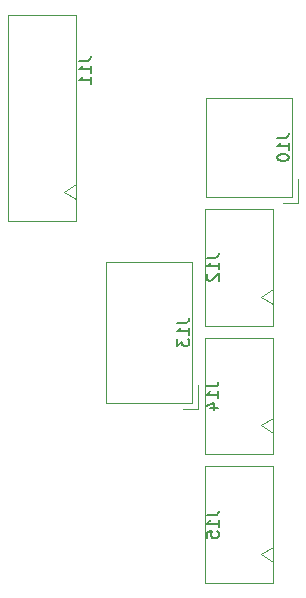
<source format=gbr>
%TF.GenerationSoftware,KiCad,Pcbnew,7.0.11-7.0.11~ubuntu22.04.1*%
%TF.CreationDate,2024-03-11T04:50:30+03:00*%
%TF.ProjectId,MSConn,4d53436f-6e6e-42e6-9b69-6361645f7063,rev?*%
%TF.SameCoordinates,PX5f5e100PY5f5e100*%
%TF.FileFunction,AssemblyDrawing,Bot*%
%FSLAX46Y46*%
G04 Gerber Fmt 4.6, Leading zero omitted, Abs format (unit mm)*
G04 Created by KiCad (PCBNEW 7.0.11-7.0.11~ubuntu22.04.1) date 2024-03-11 04:50:30*
%MOMM*%
%LPD*%
G01*
G04 APERTURE LIST*
%ADD10C,0.150000*%
%ADD11C,0.100000*%
G04 APERTURE END LIST*
D10*
X32162319Y50827024D02*
X32876604Y50827024D01*
X32876604Y50827024D02*
X33019461Y50874643D01*
X33019461Y50874643D02*
X33114700Y50969881D01*
X33114700Y50969881D02*
X33162319Y51112738D01*
X33162319Y51112738D02*
X33162319Y51207976D01*
X33162319Y49827024D02*
X33162319Y50398452D01*
X33162319Y50112738D02*
X32162319Y50112738D01*
X32162319Y50112738D02*
X32305176Y50207976D01*
X32305176Y50207976D02*
X32400414Y50303214D01*
X32400414Y50303214D02*
X32448033Y50398452D01*
X32162319Y49493690D02*
X32162319Y48874643D01*
X32162319Y48874643D02*
X32543271Y49207976D01*
X32543271Y49207976D02*
X32543271Y49065119D01*
X32543271Y49065119D02*
X32590890Y48969881D01*
X32590890Y48969881D02*
X32638509Y48922262D01*
X32638509Y48922262D02*
X32733747Y48874643D01*
X32733747Y48874643D02*
X32971842Y48874643D01*
X32971842Y48874643D02*
X33067080Y48922262D01*
X33067080Y48922262D02*
X33114700Y48969881D01*
X33114700Y48969881D02*
X33162319Y49065119D01*
X33162319Y49065119D02*
X33162319Y49350833D01*
X33162319Y49350833D02*
X33114700Y49446071D01*
X33114700Y49446071D02*
X33067080Y49493690D01*
X40617972Y66490874D02*
X41332257Y66490874D01*
X41332257Y66490874D02*
X41475114Y66538493D01*
X41475114Y66538493D02*
X41570353Y66633731D01*
X41570353Y66633731D02*
X41617972Y66776588D01*
X41617972Y66776588D02*
X41617972Y66871826D01*
X41617972Y65490874D02*
X41617972Y66062302D01*
X41617972Y65776588D02*
X40617972Y65776588D01*
X40617972Y65776588D02*
X40760829Y65871826D01*
X40760829Y65871826D02*
X40856067Y65967064D01*
X40856067Y65967064D02*
X40903686Y66062302D01*
X40617972Y64871826D02*
X40617972Y64776588D01*
X40617972Y64776588D02*
X40665591Y64681350D01*
X40665591Y64681350D02*
X40713210Y64633731D01*
X40713210Y64633731D02*
X40808448Y64586112D01*
X40808448Y64586112D02*
X40998924Y64538493D01*
X40998924Y64538493D02*
X41237019Y64538493D01*
X41237019Y64538493D02*
X41427495Y64586112D01*
X41427495Y64586112D02*
X41522733Y64633731D01*
X41522733Y64633731D02*
X41570353Y64681350D01*
X41570353Y64681350D02*
X41617972Y64776588D01*
X41617972Y64776588D02*
X41617972Y64871826D01*
X41617972Y64871826D02*
X41570353Y64967064D01*
X41570353Y64967064D02*
X41522733Y65014683D01*
X41522733Y65014683D02*
X41427495Y65062302D01*
X41427495Y65062302D02*
X41237019Y65109921D01*
X41237019Y65109921D02*
X40998924Y65109921D01*
X40998924Y65109921D02*
X40808448Y65062302D01*
X40808448Y65062302D02*
X40713210Y65014683D01*
X40713210Y65014683D02*
X40665591Y64967064D01*
X40665591Y64967064D02*
X40617972Y64871826D01*
X34654819Y34540874D02*
X35369104Y34540874D01*
X35369104Y34540874D02*
X35511961Y34588493D01*
X35511961Y34588493D02*
X35607200Y34683731D01*
X35607200Y34683731D02*
X35654819Y34826588D01*
X35654819Y34826588D02*
X35654819Y34921826D01*
X35654819Y33540874D02*
X35654819Y34112302D01*
X35654819Y33826588D02*
X34654819Y33826588D01*
X34654819Y33826588D02*
X34797676Y33921826D01*
X34797676Y33921826D02*
X34892914Y34017064D01*
X34892914Y34017064D02*
X34940533Y34112302D01*
X34654819Y32636112D02*
X34654819Y33112302D01*
X34654819Y33112302D02*
X35131009Y33159921D01*
X35131009Y33159921D02*
X35083390Y33112302D01*
X35083390Y33112302D02*
X35035771Y33017064D01*
X35035771Y33017064D02*
X35035771Y32778969D01*
X35035771Y32778969D02*
X35083390Y32683731D01*
X35083390Y32683731D02*
X35131009Y32636112D01*
X35131009Y32636112D02*
X35226247Y32588493D01*
X35226247Y32588493D02*
X35464342Y32588493D01*
X35464342Y32588493D02*
X35559580Y32636112D01*
X35559580Y32636112D02*
X35607200Y32683731D01*
X35607200Y32683731D02*
X35654819Y32778969D01*
X35654819Y32778969D02*
X35654819Y33017064D01*
X35654819Y33017064D02*
X35607200Y33112302D01*
X35607200Y33112302D02*
X35559580Y33159921D01*
X34654819Y56340874D02*
X35369104Y56340874D01*
X35369104Y56340874D02*
X35511961Y56388493D01*
X35511961Y56388493D02*
X35607200Y56483731D01*
X35607200Y56483731D02*
X35654819Y56626588D01*
X35654819Y56626588D02*
X35654819Y56721826D01*
X35654819Y55340874D02*
X35654819Y55912302D01*
X35654819Y55626588D02*
X34654819Y55626588D01*
X34654819Y55626588D02*
X34797676Y55721826D01*
X34797676Y55721826D02*
X34892914Y55817064D01*
X34892914Y55817064D02*
X34940533Y55912302D01*
X34750057Y54959921D02*
X34702438Y54912302D01*
X34702438Y54912302D02*
X34654819Y54817064D01*
X34654819Y54817064D02*
X34654819Y54578969D01*
X34654819Y54578969D02*
X34702438Y54483731D01*
X34702438Y54483731D02*
X34750057Y54436112D01*
X34750057Y54436112D02*
X34845295Y54388493D01*
X34845295Y54388493D02*
X34940533Y54388493D01*
X34940533Y54388493D02*
X35083390Y54436112D01*
X35083390Y54436112D02*
X35654819Y55007540D01*
X35654819Y55007540D02*
X35654819Y54388493D01*
X34629819Y45440874D02*
X35344104Y45440874D01*
X35344104Y45440874D02*
X35486961Y45488493D01*
X35486961Y45488493D02*
X35582200Y45583731D01*
X35582200Y45583731D02*
X35629819Y45726588D01*
X35629819Y45726588D02*
X35629819Y45821826D01*
X35629819Y44440874D02*
X35629819Y45012302D01*
X35629819Y44726588D02*
X34629819Y44726588D01*
X34629819Y44726588D02*
X34772676Y44821826D01*
X34772676Y44821826D02*
X34867914Y44917064D01*
X34867914Y44917064D02*
X34915533Y45012302D01*
X34963152Y43583731D02*
X35629819Y43583731D01*
X34582200Y43821826D02*
X35296485Y44059921D01*
X35296485Y44059921D02*
X35296485Y43440874D01*
X23854819Y73009524D02*
X24569104Y73009524D01*
X24569104Y73009524D02*
X24711961Y73057143D01*
X24711961Y73057143D02*
X24807200Y73152381D01*
X24807200Y73152381D02*
X24854819Y73295238D01*
X24854819Y73295238D02*
X24854819Y73390476D01*
X24854819Y72009524D02*
X24854819Y72580952D01*
X24854819Y72295238D02*
X23854819Y72295238D01*
X23854819Y72295238D02*
X23997676Y72390476D01*
X23997676Y72390476D02*
X24092914Y72485714D01*
X24092914Y72485714D02*
X24140533Y72580952D01*
X24854819Y71057143D02*
X24854819Y71628571D01*
X24854819Y71342857D02*
X23854819Y71342857D01*
X23854819Y71342857D02*
X23997676Y71438095D01*
X23997676Y71438095D02*
X24092914Y71533333D01*
X24092914Y71533333D02*
X24140533Y71628571D01*
D11*
%TO.C,J13*%
X32657500Y43567500D02*
X33907500Y43567500D01*
X33907500Y43567500D02*
X33907500Y45567500D01*
X26157500Y44067500D02*
X26157500Y55967500D01*
X33407500Y44067500D02*
X26157500Y44067500D01*
X26157500Y55967500D02*
X33407500Y55967500D01*
X33407500Y55967500D02*
X33407500Y44067500D01*
%TO.C,J10*%
X41113153Y60981350D02*
X42363153Y60981350D01*
X42363153Y60981350D02*
X42363153Y62981350D01*
X34613153Y61481350D02*
X34613153Y69881350D01*
X41863153Y61481350D02*
X34613153Y61481350D01*
X34613153Y69881350D02*
X41863153Y69881350D01*
X41863153Y69881350D02*
X41863153Y61481350D01*
%TO.C,J15*%
X34500000Y28781350D02*
X34500000Y38681350D01*
X40250000Y28781350D02*
X34500000Y28781350D01*
X40250000Y30606350D02*
X39250000Y31231350D01*
X39250000Y31231350D02*
X40250000Y31856350D01*
X34500000Y38681350D02*
X40250000Y38681350D01*
X40250000Y38681350D02*
X40250000Y28781350D01*
%TO.C,J12*%
X34500000Y50581350D02*
X34500000Y60481350D01*
X40250000Y50581350D02*
X34500000Y50581350D01*
X40250000Y52406350D02*
X39250000Y53031350D01*
X39250000Y53031350D02*
X40250000Y53656350D01*
X34500000Y60481350D02*
X40250000Y60481350D01*
X40250000Y60481350D02*
X40250000Y50581350D01*
%TO.C,J14*%
X34475000Y39681350D02*
X34475000Y49581350D01*
X40225000Y39681350D02*
X34475000Y39681350D01*
X40225000Y41506350D02*
X39225000Y42131350D01*
X39225000Y42131350D02*
X40225000Y42756350D01*
X34475000Y49581350D02*
X40225000Y49581350D01*
X40225000Y49581350D02*
X40225000Y39681350D01*
%TO.C,J11*%
X17813153Y59481350D02*
X17813153Y76881350D01*
X23563153Y59481350D02*
X17813153Y59481350D01*
X23563153Y61306350D02*
X22563153Y61931350D01*
X22563153Y61931350D02*
X23563153Y62556350D01*
X17813153Y76881350D02*
X23563153Y76881350D01*
X23563153Y76881350D02*
X23563153Y59481350D01*
%TD*%
M02*

</source>
